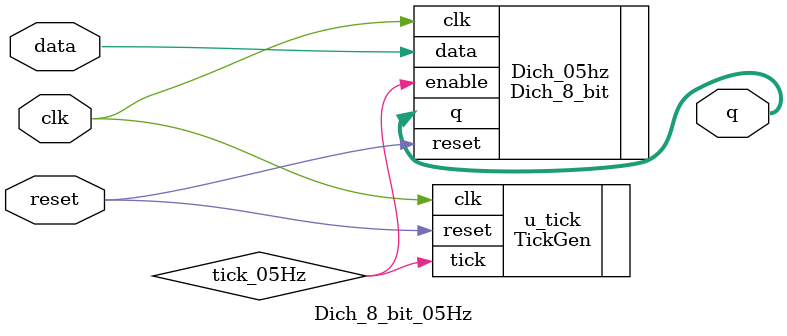
<source format=v>
`timescale 1ns / 1ps
module Dich_8_bit_05Hz(
    input wire clk,
    input wire reset,
	 input wire data,
    output wire [7:0] q
);

	wire tick_05Hz;
	
	TickGen #(25_000_000) u_tick (.clk(clk), .reset(reset), .tick(tick_05Hz));
	
	Dich_8_bit Dich_05hz(.clk(clk),.reset(reset), .enable(tick_05Hz), .data(data), .q(q));

endmodule

</source>
